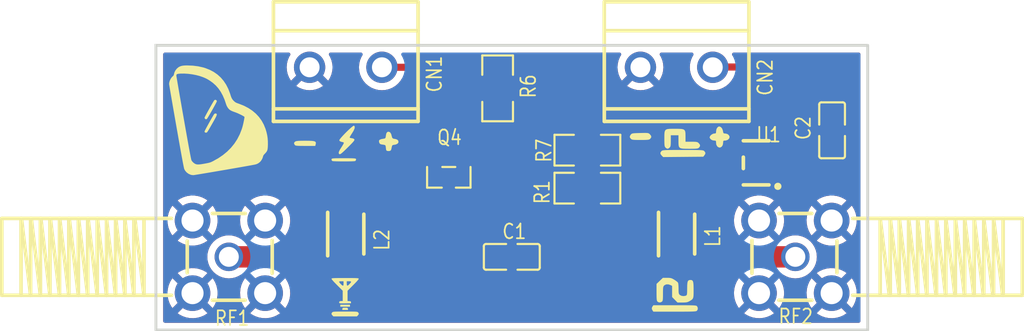
<source format=kicad_pcb>
(kicad_pcb (version 20211014) (generator pcbnew)
  (layers (0 "F.Cu" signal) (31 "B.Cu" signal) (34 "B.Paste" user) (35 "F.Paste" user) (36 "B.SilkS" user "B.Silkscreen") (37 "F.SilkS" user "F.Silkscreen") (38 "B.Mask" user) (39 "F.Mask" user) (44 "Edge.Cuts" user))
  (net 0 "")
  (net 1 "RF2_1")
  (net 2 "C1_1")
  (net 3 "CN2_1")
  (net 4 "GND")
  (net 5 "Q4_2")
  (net 6 "Q4_3")
  (net 7 "R7_2")
  (net 8 "R7_1")
  (footprint "LOGO" (layer "F.Cu") (at 138.43 96.774)
    (fp_text reference " " (at 0 0) (layer "F.SilkS") (effects (font (size 1.524 1.524) (thickness 0.3))))
    (fp_text value "LOGO" hide)
    (fp_poly (pts (xy 0.164144 0.819828) (xy 0.385804 0.822045) (xy 0.540415 0.8272) (xy 0.639972 0.836488) (xy 0.69647 0.851105) (xy 0.721902 0.872245) (xy 0.728264 0.901104) (xy 0.728316 0.905524) (xy 0.694849 0.991066) (xy 0.656313 1.019323) (xy 0.586907 1.028594) (xy 0.445988 1.035529) (xy 0.252818 1.040158) (xy 0.026662 1.042511) (xy -0.213217 1.04262) (xy -0.447556 1.040514) (xy -0.65709 1.036224) (xy -0.822558 1.02978) (xy -0.924694 1.021212) (xy -0.944534 1.016807) (xy -0.992262 0.957655) (xy -1.001433 0.906601) (xy -0.996927 0.876276) (xy -0.975405 0.853923) (xy -0.924862 0.838332) (xy -0.833292 0.828292) (xy -0.688691 0.822591) (xy -0.479053 0.820018) (xy -0.192372 0.819363) (xy -0.136559 0.819355)) (layer "F.SilkS") (width 0) (fill solid))
    (fp_poly (pts (xy 3.112418 -1.00424) (xy 3.191433 -0.881032) (xy 3.228766 -0.7378) (xy 3.266337 -0.612369) (xy 3.332023 -0.559321) (xy 3.346392 -0.556334) (xy 3.514288 -0.524725) (xy 3.615727 -0.485912) (xy 3.675222 -0.429105) (xy 3.689411 -0.405353) (xy 3.70511 -0.298262) (xy 3.643349 -0.206655) (xy 3.517693 -0.144572) (xy 3.421059 -0.127639) (xy 3.30891 -0.10893) (xy 3.255601 -0.058705) (xy 3.229813 0.047066) (xy 3.203124 0.170913) (xy 3.172625 0.25814) (xy 3.169698 0.263284) (xy 3.103084 0.304151) (xy 2.998894 0.317183) (xy 2.898912 0.30258) (xy 2.845308 0.261738) (xy 2.828372 0.179645) (xy 2.813544 0.056588) (xy 2.812597 0.04552) (xy 2.798242 -0.053343) (xy 2.759126 -0.103661) (xy 2.668896 -0.127533) (xy 2.595482 -0.136559) (xy 2.461886 -0.1603) (xy 2.388986 -0.204761) (xy 2.347634 -0.284733) (xy 2.329352 -0.399413) (xy 2.376608 -0.476167) (xy 2.498957 -0.52458) (xy 2.605099 -0.543056) (xy 2.727096 -0.564518) (xy 2.785755 -0.603456) (xy 2.808278 -0.686852) (xy 2.814234 -0.750498) (xy 2.847699 -0.925825) (xy 2.915687 -1.022114) (xy 3.004301 -1.046953)) (layer "F.SilkS") (width 0) (fill solid))
    (fp_poly (pts (xy 0.630888 -1.406508) (xy 0.623563 -1.287286) (xy 0.555743 -1.121776) (xy 0.455197 -0.955914) (xy 0.365026 -0.816786) (xy 0.299906 -0.704212) (xy 0.273207 -0.641403) (xy 0.273119 -0.639774) (xy 0.31253 -0.605522) (xy 0.404104 -0.591756) (xy 0.520999 -0.567872) (xy 0.595087 -0.519463) (xy 0.610839 -0.484545) (xy 0.59933 -0.437275) (xy 0.55254 -0.367334) (xy 0.462449 -0.264403) (xy 0.321036 -0.118161) (xy 0.152845 0.049533) (xy -0.049851 0.248226) (xy -0.199194 0.389015) (xy -0.305181 0.47938) (xy -0.377808 0.526802) (xy -0.427071 0.53876) (xy -0.462967 0.522735) (xy -0.47037 0.51589) (xy -0.498696 0.451825) (xy -0.478908 0.353712) (xy -0.406727 0.209809) (xy -0.294353 0.03281) (xy -0.184977 -0.142035) (xy -0.136197 -0.250377) (xy -0.146414 -0.29292) (xy -0.233008 -0.315883) (xy -0.330018 -0.338463) (xy -0.428807 -0.386094) (xy -0.455197 -0.443941) (xy -0.424429 -0.505596) (xy -0.34121 -0.612016) (xy -0.219165 -0.749629) (xy -0.071922 -0.904865) (xy 0.086894 -1.064155) (xy 0.243657 -1.213927) (xy 0.38474 -1.340612) (xy 0.496518 -1.430639) (xy 0.565363 -1.470439) (xy 0.575636 -1.470544)) (layer "F.SilkS") (width 0) (fill solid))
    (fp_poly (pts (xy -2.560419 -0.407117) (xy -2.353416 -0.396926) (xy -2.215221 -0.37534) (xy -2.13476 -0.338596) (xy -2.100958 -0.282928) (xy -2.10274 -0.204574) (xy -2.112451 -0.15991) (xy -2.141161 -0.04552) (xy -2.844248 -0.04552) (xy -3.113015 -0.046325) (xy -3.304979 -0.049853) (xy -3.434369 -0.057776) (xy -3.515415 -0.071761) (xy -3.562346 -0.093481) (xy -3.589392 -0.124604) (xy -3.594456 -0.133567) (xy -3.634808 -0.221426) (xy -3.624253 -0.278014) (xy -3.570046 -0.338146) (xy -3.524942 -0.367387) (xy -3.448347 -0.387731) (xy -3.325834 -0.400605) (xy -3.142978 -0.407436) (xy -2.885355 -0.409654) (xy -2.847304 -0.409677)) (layer "F.SilkS") (width 0) (fill solid))
  )
  (footprint "EasyEDA:SOT-23-3_L2.9-W1.3-P1.90-LS2.4-BR" (layer "F.Cu") (at 145.669 98.933 90)
    (fp_text reference "Q4" (at 2.794 -0.889 180) (layer "F.SilkS") (effects (font (size 1.029 0.857) (thickness 0.122)) (justify left)))
    (fp_text value "AO3401A" hide)
    (fp_line (start 0.726 -1.526) (end -0.726 -1.526) (layer "F.SilkS") (width 0.152))
    (fp_line (start -0.726 1.526) (end -0.726 0.495) (layer "F.SilkS") (width 0.152))
    (fp_line (start 0.726 -0.455) (end 0.726 0.455) (layer "F.SilkS") (width 0.152))
    (fp_line (start 0.726 1.526) (end -0.726 1.526) (layer "F.SilkS") (width 0.152))
    (fp_line (start -0.726 -1.526) (end -0.726 -0.495) (layer "F.SilkS") (width 0.152))
    (pad "1" smd rect (at 1 0.95 90) (size 1.25 0.7) (layers "F.Cu" "F.Paste" "F.Mask") (net 7 "R7_2"))
    (pad "2" smd rect (at 1 -0.95 90) (size 1.25 0.7) (layers "F.Cu" "F.Paste" "F.Mask") (net 5 "Q4_2"))
    (pad "3" smd rect (at -1 0 90) (size 1.25 0.7) (layers "F.Cu" "F.Paste" "F.Mask") (net 6 "Q4_3"))
  )
  (footprint "LOGO" (layer "F.Cu") (at 161.544 107.315)
    (fp_text reference " " (at 0 0) (layer "F.SilkS") (effects (font (size 1.524 1.524) (thickness 0.3))))
    (fp_text value "LOGO" hide)
    (fp_poly (pts (xy -0.388906 -1.317733) (xy -0.276935 -1.302688) (xy -0.178928 -1.267729) (xy -0.064171 -1.204769) (xy -0.033044 -1.186002) (xy 0.08548 -1.107345) (xy 0.179321 -1.032924) (xy 0.226648 -0.980906) (xy 0.243198 -0.913455) (xy 0.256022 -0.791665) (xy 0.263254 -0.636655) (xy 0.26419 -0.556311) (xy 0.265869 -0.387028) (xy 0.273291 -0.275309) (xy 0.290036 -0.203267) (xy 0.319683 -0.153016) (xy 0.351541 -0.119804) (xy 0.463791 -0.058666) (xy 0.608019 -0.036797) (xy 0.749819 -0.05753) (xy 0.795052 -0.076811) (xy 0.825799 -0.099766) (xy 0.846514 -0.138593) (xy 0.859138 -0.206696) (xy 0.865614 -0.317477) (xy 0.867886 -0.484341) (xy 0.868053 -0.580471) (xy 0.871539 -0.805869) (xy 0.884752 -0.966451) (xy 0.911827 -1.072677) (xy 0.956898 -1.135007) (xy 1.024099 -1.163901) (xy 1.10106 -1.169985) (xy 1.178758 -1.162383) (xy 1.235948 -1.133092) (xy 1.275667 -1.072387) (xy 1.300952 -0.970542) (xy 1.31484 -0.817832) (xy 1.32037 -0.604532) (xy 1.320951 -0.46594) (xy 1.320416 -0.236987) (xy 1.315224 -0.069795) (xy 1.299993 0.049353) (xy 1.269343 0.134173) (xy 1.217893 0.198385) (xy 1.140261 0.255704) (xy 1.031066 0.319849) (xy 1.007426 0.333303) (xy 0.91899 0.375333) (xy 0.820449 0.400417) (xy 0.689249 0.412398) (xy 0.527023 0.415156) (xy 0.190307 0.415156) (xy 0.0008 0.223644) (xy -0.188707 0.032131) (xy -0.188707 -0.752891) (xy -0.300058 -0.810472) (xy -0.45942 -0.862645) (xy -0.609994 -0.857616) (xy -0.731687 -0.79672) (xy -0.74825 -0.780703) (xy -0.782038 -0.739106) (xy -0.805058 -0.689555) (xy -0.819351 -0.617655) (xy -0.826956 -0.509011) (xy -0.829915 -0.349226) (xy -0.830312 -0.20156) (xy -0.83153 0.004179) (xy -0.836304 0.147948) (xy -0.846315 0.243237) (xy -0.86324 0.303535) (xy -0.888762 0.342333) (xy -0.899332 0.352694) (xy -1.006766 0.406945) (xy -1.124789 0.403901) (xy -1.220748 0.346136) (xy -1.245165 0.30825) (xy -1.262447 0.249305) (xy -1.273733 0.157346) (xy -1.280165 0.020415) (xy -1.282884 -0.173443) (xy -1.28321 -0.308594) (xy -1.28321 -0.894305) (xy -0.835916 -1.320951) (xy -0.545555 -1.320951)) (layer "F.SilkS") (width 0) (fill solid))
    (fp_poly (pts (xy 0.373647 0.604041) (xy 0.682696 0.604788) (xy 0.930612 0.606419) (xy 1.12457 0.609252) (xy 1.271744 0.613602) (xy 1.379309 0.619786) (xy 1.45444 0.628122) (xy 1.504311 0.638925) (xy 1.536098 0.652513) (xy 1.556974 0.669201) (xy 1.560421 0.672882) (xy 1.614672 0.780317) (xy 1.611628 0.898339) (xy 1.553863 0.994299) (xy 1.530202 1.010121) (xy 1.49283 1.023055) (xy 1.434616 1.033386) (xy 1.348427 1.041399) (xy 1.227132 1.047378) (xy 1.063597 1.051608) (xy 0.850692 1.054375) (xy 0.581282 1.055962) (xy 0.248237 1.056655) (xy -0.010267 1.05676) (xy -1.505378 1.05676) (xy -1.56413 0.97288) (xy -1.617287 0.858944) (xy -1.601394 0.751489) (xy -1.56413 0.687744) (xy -1.505378 0.603863) (xy -0.00371 0.603863)) (layer "F.SilkS") (width 0) (fill solid))
  )
  (footprint "EasyEDA:R1206" (layer "F.Cu") (at 149.098 92.684 -90)
    (fp_text reference "R6" (at -1.061 -2.159 -90) (layer "F.SilkS") (effects (font (size 1.029 0.857) (thickness 0.122)) (justify right)))
    (fp_text value "10K" hide)
    (fp_line (start 2.311 -1.079) (end 0.951 -1.079) (layer "F.SilkS") (width 0.152))
    (fp_line (start 2.311 1.079) (end 2.311 -1.079) (layer "F.SilkS") (width 0.152))
    (fp_line (start 0.951 1.079) (end 2.311 1.079) (layer "F.SilkS") (width 0.152))
    (fp_line (start -2.311 1.079) (end -2.311 -1.079) (layer "F.SilkS") (width 0.152))
    (fp_line (start -0.951 1.079) (end -2.311 1.079) (layer "F.SilkS") (width 0.152))
    (fp_line (start -2.311 -1.079) (end -0.951 -1.079) (layer "F.SilkS") (width 0.152))
    (pad "1" smd rect (at -1.479 0 270) (size 1.208 1.701) (layers "F.Cu" "F.Paste" "F.Mask") (net 5 "Q4_2"))
    (pad "2" smd rect (at 1.479 0 270) (size 1.208 1.701) (layers "F.Cu" "F.Paste" "F.Mask") (net 7 "R7_2"))
  )
  (footprint "EasyEDA:C0805" (layer "F.Cu") (at 150.095 104.521)
    (fp_text reference "C1" (at -0.743 -1.778) (layer "F.SilkS") (effects (font (size 1.029 0.857) (thickness 0.122)) (justify left)))
    (fp_text value "100pF" hide)
    (fp_line (start -1.964 0.751) (end -1.964 -0.751) (layer "F.SilkS") (width 0.152))
    (fp_line (start 1.964 0.751) (end 1.964 -0.751) (layer "F.SilkS") (width 0.152))
    (fp_line (start 1.811 -0.904) (end 0.401 -0.904) (layer "F.SilkS") (width 0.152))
    (fp_line (start 0.401 0.904) (end 1.811 0.904) (layer "F.SilkS") (width 0.152))
    (fp_line (start -0.401 0.904) (end -1.811 0.904) (layer "F.SilkS") (width 0.152))
    (fp_line (start -1.811 -0.904) (end -0.401 -0.904) (layer "F.SilkS") (width 0.152))
    (fp_arc (start -1.811 0.904) (mid -1.919187 0.859187) (end -1.964 0.751) (layer "F.SilkS") (width 0.152))
    (fp_arc (start 1.811 -0.904) (mid 1.919187 -0.859187) (end 1.964 -0.751) (layer "F.SilkS") (width 0.152))
    (fp_arc (start -1.964 -0.751) (mid -1.919187 -0.859187) (end -1.811 -0.904) (layer "F.SilkS") (width 0.152))
    (fp_arc (start 1.964 0.751) (mid 1.919187 0.859187) (end 1.811 0.904) (layer "F.SilkS") (width 0.152))
    (pad "1" smd rect locked (at -1.03 0) (size 1.41 1.35) (layers "F.Cu" "F.Paste" "F.Mask") (net 2 "C1_1"))
    (pad "2" smd rect locked (at 1.03 0) (size 1.41 1.35) (layers "F.Cu" "F.Paste" "F.Mask") (net 1 "RF2_1"))
  )
  (footprint "EasyEDA:SMA-TH_HJ-SMA429" (layer "F.Cu") (at 130.2165 104.521)
    (fp_text reference "RF1" (at -1.0575 4.318) (layer "F.SilkS") (effects (font (size 1.029 0.857) (thickness 0.122)) (justify left)))
    (fp_text value "HJ-SMA429" hide)
    (fp_line (start -13.236 2.7) (end -13.879 -2.7) (layer "F.SilkS") (width 0.254))
    (fp_line (start -13.925 -2.7) (end -13.925 2.7) (layer "F.SilkS") (width 0.254))
    (fp_line (start -10.569 -2.7) (end -10.569 2.7) (layer "F.SilkS") (width 0.254))
    (fp_line (start -11.893 2.7) (end -12.537 -2.7) (layer "F.SilkS") (width 0.254))
    (fp_line (start 3.048 1.155) (end 3.048 -1.155) (layer "F.SilkS") (width 0.254))
    (fp_line (start -13.925 2.7) (end -14.569 -2.7) (layer "F.SilkS") (width 0.254))
    (fp_line (start -8.591 2.7) (end -9.235 -2.7) (layer "F.SilkS") (width 0.254))
    (fp_line (start -12.565 -2.7) (end -12.565 2.7) (layer "F.SilkS") (width 0.254))
    (fp_line (start -7.956 -2.7) (end -7.956 2.7) (layer "F.SilkS") (width 0.254))
    (fp_line (start -9.916 -2.7) (end -9.916 2.7) (layer "F.SilkS") (width 0.254))
    (fp_line (start -7.303 2.7) (end -7.947 -2.7) (layer "F.SilkS") (width 0.254))
    (fp_line (start -15.948 -2.7) (end -4.024 -2.7) (layer "F.SilkS") (width 0.254))
    (fp_line (start -9.244 2.7) (end -9.888 -2.7) (layer "F.SilkS") (width 0.254))
    (fp_line (start -15.948 2.7) (end -4.024 2.7) (layer "F.SilkS") (width 0.254))
    (fp_line (start -11.24 2.7) (end -11.884 -2.7) (layer "F.SilkS") (width 0.254))
    (fp_line (start -5.961 -2.7) (end -5.961 2.7) (layer "F.SilkS") (width 0.254))
    (fp_line (start -12.565 2.7) (end -13.208 -2.7) (layer "F.SilkS") (width 0.254))
    (fp_line (start -15.948 -2.7) (end -15.948 2.7) (layer "F.SilkS") (width 0.254))
    (fp_line (start -7.303 -2.7) (end -7.303 2.7) (layer "F.SilkS") (width 0.254))
    (fp_line (start -6.668 2.7) (end -7.312 -2.7) (layer "F.SilkS") (width 0.254))
    (fp_line (start -8.591 -2.7) (end -8.591 2.7) (layer "F.SilkS") (width 0.254))
    (fp_line (start -14.597 -2.7) (end -14.597 2.7) (layer "F.SilkS") (width 0.254))
    (fp_line (start -13.236 -2.7) (end -13.236 2.7) (layer "F.SilkS") (width 0.254))
    (fp_line (start -9.244 -2.7) (end -9.244 2.7) (layer "F.SilkS") (width 0.254))
    (fp_line (start -7.956 2.7) (end -8.6 -2.7) (layer "F.SilkS") (width 0.254))
    (fp_line (start 1.155 -3.048) (end -1.155 -3.048) (layer "F.SilkS") (width 0.254))
    (fp_line (start -10.569 2.7) (end -11.212 -2.7) (layer "F.SilkS") (width 0.254))
    (fp_line (start -9.916 2.7) (end -10.559 -2.7) (layer "F.SilkS") (width 0.254))
    (fp_line (start -1.155 3.048) (end 1.143 3.048) (layer "F.SilkS") (width 0.254))
    (fp_line (start -5.961 2.7) (end -6.604 -2.7) (layer "F.SilkS") (width 0.254))
    (fp_line (start -11.893 -2.7) (end -11.893 2.7) (layer "F.SilkS") (width 0.254))
    (fp_line (start -2.921 -1.116) (end -2.921 1.116) (layer "F.SilkS") (width 0.254))
    (fp_line (start -6.668 -2.7) (end -6.668 2.7) (layer "F.SilkS") (width 0.254))
    (fp_line (start -11.24 -2.7) (end -11.24 2.7) (layer "F.SilkS") (width 0.254))
    (pad "1" thru_hole circle locked (at 0 0) (size 2 2) (drill 1.4) (layers *.Cu *.Paste *.Mask) (net 2 "C1_1"))
    (pad "2" thru_hole circle locked (at -2.55 -2.55) (size 2.5 2.5) (drill 1.55) (layers *.Cu *.Paste *.Mask) (net 4 "GND"))
    (pad "3" thru_hole circle locked (at -2.55 2.55) (size 2.5 2.5) (drill 1.55) (layers *.Cu *.Paste *.Mask) (net 4 "GND"))
    (pad "4" thru_hole circle locked (at 2.55 2.55) (size 2.5 2.5) (drill 1.55) (layers *.Cu *.Paste *.Mask) (net 4 "GND"))
    (pad "5" thru_hole circle locked (at 2.55 -2.55) (size 2.5 2.5) (drill 1.55) (layers *.Cu *.Paste *.Mask) (net 4 "GND"))
  )
  (footprint "EasyEDA:SOT-23-5_L3.0-W1.7-P0.95-LS2.8-BR" (layer "F.Cu") (at 167.259 97.917)
    (fp_text reference "U1" (at -0.064 -1.969) (layer "F.SilkS") (effects (font (size 1.029 0.857) (thickness 0.122)) (justify left)))
    (fp_text value "SN74LVC1G04DBVR_C434067" hide)
    (fp_line (start -0.9 0.4) (end -0.9 -0.4) (layer "F.SilkS") (width 0.254))
    (fp_line (start -0.9 -1.55) (end 0.9 -1.55) (layer "F.SilkS") (width 0.254))
    (fp_line (start -0.9 1.55) (end 0.9 1.55) (layer "F.SilkS") (width 0.254))
    (fp_circle (center 1.524 1.651) (end 1.651 1.651) (layer "F.SilkS") (width 0.254) (fill none))
    (pad "1" smd rect (at 1.3 0.95) (size 1 0.6) (layers "F.Cu" "F.Paste" "F.Mask") (net 3 "CN2_1"))
    (pad "2" smd rect (at 1.3 0) (size 1 0.6) (layers "F.Cu" "F.Paste" "F.Mask") (net 3 "CN2_1"))
    (pad "3" smd rect (at 1.3 -0.95) (size 1 0.6) (layers "F.Cu" "F.Paste" "F.Mask") (net 4 "GND"))
    (pad "4" smd rect (at -1.3 -0.95) (size 1 0.6) (layers "F.Cu" "F.Paste" "F.Mask") (net 8 "R7_1"))
    (pad "5" smd rect (at -1.3 0.95) (size 1 0.6) (layers "F.Cu" "F.Paste" "F.Mask") (net 3 "CN2_1"))
  )
  (footprint "EasyEDA:C0805" (layer "F.Cu") (at 172.593 95.631 90)
    (fp_text reference "C2" (at -0.762 -2.032 90) (layer "F.SilkS") (effects (font (size 1.029 0.857) (thickness 0.122)) (justify left)))
    (fp_text value "100nF" hide)
    (fp_line (start 1.811 -0.904) (end 0.401 -0.904) (layer "F.SilkS") (width 0.152))
    (fp_line (start 1.964 0.751) (end 1.964 -0.751) (layer "F.SilkS") (width 0.152))
    (fp_line (start -0.401 0.904) (end -1.811 0.904) (layer "F.SilkS") (width 0.152))
    (fp_line (start 0.401 0.904) (end 1.811 0.904) (layer "F.SilkS") (width 0.152))
    (fp_line (start -1.964 0.751) (end -1.964 -0.751) (layer "F.SilkS") (width 0.152))
    (fp_line (start -1.811 -0.904) (end -0.401 -0.904) (layer "F.SilkS") (width 0.152))
    (fp_arc (start -1.811 0.904) (mid -1.919187 0.859187) (end -1.964 0.751) (layer "F.SilkS") (width 0.152))
    (fp_arc (start 1.811 -0.904) (mid 1.919187 -0.859187) (end 1.964 -0.751) (layer "F.SilkS") (width 0.152))
    (fp_arc (start -1.964 -0.751) (mid -1.919187 -0.859187) (end -1.811 -0.904) (layer "F.SilkS") (width 0.152))
    (fp_arc (start 1.964 0.751) (mid 1.919187 0.859187) (end 1.811 0.904) (layer "F.SilkS") (width 0.152))
    (pad "1" smd rect (at -1.03 0 90) (size 1.41 1.35) (layers "F.Cu" "F.Paste" "F.Mask") (net 4 "GND"))
    (pad "2" smd rect (at 1.03 0 90) (size 1.41 1.35) (layers "F.Cu" "F.Paste" "F.Mask") (net 3 "CN2_1"))
  )
  (footprint "LOGO" (layer "F.Cu") (at 161.925 96.393)
    (fp_text reference " " (at 0 0) (layer "F.SilkS") (effects (font (size 1.524 1.524) (thickness 0.3))))
    (fp_text value "LOGO" hide)
    (fp_poly (pts (xy -2.31186 -0.571253) (xy -2.239629 -0.557854) (xy -2.189807 -0.534381) (xy -2.147353 -0.498834) (xy -2.128215 -0.479937) (xy -2.043171 -0.368897) (xy -2.033973 -0.27169) (xy -2.099496 -0.172164) (xy -2.106341 -0.165203) (xy -2.145731 -0.132639) (xy -2.19733 -0.109909) (xy -2.275466 -0.095278) (xy -2.394469 -0.087008) (xy -2.568667 -0.083363) (xy -2.787805 -0.082601) (xy -3.024838 -0.083543) (xy -3.193608 -0.087525) (xy -3.308443 -0.096284) (xy -3.383672 -0.111558) (xy -3.433623 -0.135082) (xy -3.469268 -0.165203) (xy -3.539558 -0.263022) (xy -3.537155 -0.358086) (xy -3.473012 -0.460058) (xy -3.4374 -0.498792) (xy -3.394078 -0.526105) (xy -3.328503 -0.544443) (xy -3.226136 -0.556252) (xy -3.072435 -0.563978) (xy -2.852858 -0.570065) (xy -2.813422 -0.570986) (xy -2.583715 -0.57582) (xy -2.421541 -0.576575)) (layer "F.SilkS") (width 0) (fill solid))
    (fp_poly (pts (xy -0.371707 -0.867317) (xy -0.107634 -0.865837) (xy 0.085077 -0.855984) (xy 0.217668 -0.829642) (xy 0.301378 -0.778691) (xy 0.347449 -0.695014) (xy 0.367119 -0.570492) (xy 0.37163 -0.397009) (xy 0.371708 -0.330406) (xy 0.371708 0.041301) (xy 0.786593 0.041301) (xy 0.978189 0.042779) (xy 1.106312 0.049713) (xy 1.190074 0.065858) (xy 1.248587 0.094966) (xy 1.300962 0.140789) (xy 1.302853 0.142676) (xy 1.386247 0.253102) (xy 1.393035 0.35087) (xy 1.324168 0.451752) (xy 1.321626 0.454309) (xy 1.282237 0.486874) (xy 1.230638 0.509603) (xy 1.152501 0.524234) (xy 1.033498 0.532504) (xy 0.8593 0.536149) (xy 0.640163 0.536911) (xy 0.371928 0.53572) (xy 0.175208 0.526753) (xy 0.038914 0.50192) (xy -0.048041 0.45313) (xy -0.096743 0.372293) (xy -0.118279 0.251318) (xy -0.123738 0.082113) (xy -0.123902 -0.02065) (xy -0.123902 -0.413008) (xy -0.660813 -0.413008) (xy -0.660813 -0.02065) (xy -0.663128 0.169354) (xy -0.672267 0.295736) (xy -0.691515 0.377399) (xy -0.724162 0.433247) (xy -0.743414 0.454309) (xy -0.825181 0.515571) (xy -0.887967 0.536911) (xy -0.961254 0.50957) (xy -1.03252 0.454309) (xy -1.066721 0.412454) (xy -1.090006 0.35733) (xy -1.104426 0.273577) (xy -1.112026 0.145835) (xy -1.114856 -0.041255) (xy -1.115122 -0.165203) (xy -1.114506 -0.414697) (xy -1.105181 -0.596805) (xy -1.075928 -0.722122) (xy -1.015529 -0.801242) (xy -0.912767 -0.84476) (xy -0.756424 -0.863271) (xy -0.535282 -0.867369)) (layer "F.SilkS") (width 0) (fill solid))
    (fp_poly (pts (xy 2.848708 -0.994587) (xy 2.938643 -0.894255) (xy 2.99532 -0.751726) (xy 3.002349 -0.712017) (xy 3.021871 -0.602146) (xy 3.055143 -0.551613) (xy 3.12345 -0.537495) (xy 3.164951 -0.53691) (xy 3.302563 -0.506514) (xy 3.410835 -0.428033) (xy 3.466358 -0.320531) (xy 3.469269 -0.289105) (xy 3.431857 -0.176175) (xy 3.334544 -0.088395) (xy 3.199709 -0.043671) (xy 3.159513 -0.041301) (xy 3.06696 -0.036299) (xy 3.02583 -0.005419) (xy 3.015283 0.075155) (xy 3.01496 0.123903) (xy 2.986833 0.278167) (xy 2.911612 0.39329) (xy 2.803038 0.450951) (xy 2.767155 0.454309) (xy 2.677246 0.426278) (xy 2.601952 0.371708) (xy 2.532925 0.244273) (xy 2.51935 0.123903) (xy 2.514974 0.018129) (xy 2.487953 -0.028878) (xy 2.417451 -0.040931) (xy 2.374797 -0.041301) (xy 2.241641 -0.068758) (xy 2.131882 -0.138819) (xy 2.070495 -0.233019) (xy 2.065041 -0.270332) (xy 2.100645 -0.363479) (xy 2.189178 -0.453548) (xy 2.303223 -0.518294) (xy 2.39357 -0.53691) (xy 2.474203 -0.543266) (xy 2.510047 -0.578128) (xy 2.519141 -0.665189) (xy 2.51935 -0.702114) (xy 2.544607 -0.8456) (xy 2.610227 -0.961044) (xy 2.700981 -1.025841) (xy 2.741929 -1.03252)) (layer "F.SilkS") (width 0) (fill solid))
    (fp_poly (pts (xy 0.567011 0.619691) (xy 0.874166 0.620543) (xy 1.115918 0.622538) (xy 1.300866 0.626147) (xy 1.43761 0.631842) (xy 1.534748 0.640094) (xy 1.600881 0.651375) (xy 1.644607 0.666154) (xy 1.674525 0.684905) (xy 1.693334 0.702114) (xy 1.763624 0.799932) (xy 1.761216 0.894983) (xy 1.697023 0.996969) (xy 1.61811 1.094472) (xy -1.19835 1.11825) (xy -1.301288 1.015312) (xy -1.38552 0.904576) (xy -1.393531 0.807097) (xy -1.326359 0.706902) (xy -1.321626 0.702114) (xy -1.296451 0.680028) (xy -1.26401 0.662272) (xy -1.215701 0.648373) (xy -1.142927 0.63786) (xy -1.037088 0.630263) (xy -0.889585 0.62511) (xy -0.691819 0.621931) (xy -0.435189 0.620253) (xy -0.111098 0.619605) (xy 0.185854 0.619512)) (layer "F.SilkS") (width 0) (fill solid))
  )
  (footprint "EasyEDA:R1206" (layer "F.Cu") (at 155.403 97.028 180)
    (fp_text reference "R7" (at 3.048 0.889 90) (layer "F.SilkS") (effects (font (size 1.029 0.857) (thickness 0.122)) (justify right)))
    (fp_text value "1K" hide)
    (fp_line (start 0.951 1.079) (end 2.311 1.079) (layer "F.SilkS") (width 0.152))
    (fp_line (start 2.311 1.079) (end 2.311 -1.079) (layer "F.SilkS") (width 0.152))
    (fp_line (start -2.311 1.079) (end -2.311 -1.079) (layer "F.SilkS") (width 0.152))
    (fp_line (start -0.951 1.079) (end -2.311 1.079) (layer "F.SilkS") (width 0.152))
    (fp_line (start -2.311 -1.079) (end -0.951 -1.079) (layer "F.SilkS") (width 0.152))
    (fp_line (start 2.311 -1.079) (end 0.951 -1.079) (layer "F.SilkS") (width 0.152))
    (pad "1" smd rect (at -1.479 0 180) (size 1.208 1.701) (layers "F.Cu" "F.Paste" "F.Mask") (net 8 "R7_1"))
    (pad "2" smd rect (at 1.479 0 180) (size 1.208 1.701) (layers "F.Cu" "F.Paste" "F.Mask") (net 7 "R7_2"))
  )
  (footprint "LOGO" (layer "F.Cu") (at 129.413 94.742)
    (fp_text reference " " (at 0 0) (layer "F.SilkS") (effects (font (size 1.524 1.524) (thickness 0.3))))
    (fp_text value "LOGO" hide)
    (fp_poly (pts (xy -1.725507 -3.652394) (xy -1.354373 -3.60616) (xy -1.007149 -3.529069) (xy -0.843819 -3.479402) (xy -0.534174 -3.357508) (xy -0.251358 -3.207106) (xy 0.004728 -3.028092) (xy 0.234182 -2.820361) (xy 0.437101 -2.583808) (xy 0.613583 -2.318329) (xy 0.763725 -2.023819) (xy 0.887626 -1.700173) (xy 0.922252 -1.588726) (xy 0.968434 -1.450534) (xy 1.018735 -1.341662) (xy 1.078623 -1.252228) (xy 1.151574 -1.174206) (xy 1.203138 -1.127059) (xy 1.24688 -1.091735) (xy 1.291652 -1.063458) (xy 1.346309 -1.037452) (xy 1.419706 -1.008939) (xy 1.520696 -0.973144) (xy 1.530774 -0.969634) (xy 1.868955 -0.834241) (xy 2.177209 -0.674035) (xy 2.455259 -0.489305) (xy 2.702823 -0.280343) (xy 2.919622 -0.04744) (xy 3.105378 0.209115) (xy 3.25981 0.48903) (xy 3.38264 0.792015) (xy 3.452649 1.029417) (xy 3.499093 1.238595) (xy 3.529369 1.438849) (xy 3.544998 1.64465) (xy 3.5475 1.87047) (xy 3.546483 1.922498) (xy 3.54104 2.066277) (xy 3.530626 2.179035) (xy 3.512386 2.268922) (xy 3.483468 2.344088) (xy 3.44102 2.412682) (xy 3.382187 2.482854) (xy 3.332082 2.53491) (xy 3.268499 2.603631) (xy 3.229988 2.658851) (xy 3.21011 2.710429) (xy 3.206823 2.726625) (xy 3.174609 2.835946) (xy 3.118063 2.950791) (xy 3.045947 3.055622) (xy 2.98497 3.120052) (xy 2.879172 3.202053) (xy 2.774317 3.256927) (xy 2.657683 3.292308) (xy 2.602551 3.303707) (xy 2.514017 3.320682) (xy 2.395148 3.342707) (xy 2.24901 3.369254) (xy 2.078669 3.399797) (xy 1.887192 3.433809) (xy 1.677644 3.470762) (xy 1.453094 3.51013) (xy 1.216606 3.551385) (xy 0.971247 3.594002) (xy 0.720083 3.637452) (xy 0.466181 3.681209) (xy 0.212607 3.724745) (xy -0.037572 3.767535) (xy -0.281291 3.80905) (xy -0.515482 3.848764) (xy -0.73708 3.886151) (xy -0.943019 3.920682) (xy -1.130231 3.951831) (xy -1.295651 3.979071) (xy -1.436212 4.001876) (xy -1.548848 4.019717) (xy -1.630493 4.032069) (xy -1.67808 4.038404) (xy -1.688059 4.039151) (xy -1.768063 4.033237) (xy -1.847742 4.019786) (xy -1.877324 4.012008) (xy -2.027457 3.945801) (xy -2.158589 3.849264) (xy -2.26455 3.727785) (xy -2.324891 3.621118) (xy -2.333172 3.596613) (xy -2.34454 3.552516) (xy -2.359248 3.487457) (xy -2.37755 3.400064) (xy -2.3997 3.288965) (xy -2.425951 3.15279) (xy -2.456558 2.990167) (xy -2.491774 2.799724) (xy -2.531853 2.580091) (xy -2.577048 2.329896) (xy -2.627614 2.047768) (xy -2.683804 1.732335) (xy -2.745871 1.382226) (xy -2.814071 0.99607) (xy -2.881634 0.612415) (xy -2.940184 0.27907) (xy -2.996842 -0.044455) (xy -3.051233 -0.355981) (xy -3.102984 -0.653329) (xy -3.151721 -0.934318) (xy -3.197071 -1.19677) (xy -3.238659 -1.438504) (xy -3.276111 -1.657341) (xy -3.309054 -1.851101) (xy -3.337114 -2.017604) (xy -3.359916 -2.154672) (xy -3.377088 -2.260124) (xy -3.388256 -2.33178) (xy -3.393044 -2.367461) (xy -3.393205 -2.370242) (xy -3.377822 -2.491112) (xy -3.335681 -2.619352) (xy -3.272793 -2.742642) (xy -3.19517 -2.848663) (xy -3.129587 -2.910442) (xy -3.084269 -2.95471) (xy -2.883243 -2.95471) (xy -2.879891 -2.928438) (xy -2.870085 -2.865708) (xy -2.854197 -2.768691) (xy -2.832603 -2.639559) (xy -2.805675 -2.480481) (xy -2.773788 -2.293631) (xy -2.737315 -2.081177) (xy -2.69663 -1.845293) (xy -2.652108 -1.588148) (xy -2.604121 -1.311913) (xy -2.553044 -1.018761) (xy -2.49925 -0.710861) (xy -2.443113 -0.390385) (xy -2.385008 -0.059504) (xy -2.37272 0.010362) (xy -2.296304 0.444071) (xy -2.226278 0.840063) (xy -2.162466 1.199295) (xy -2.104692 1.522724) (xy -2.052779 1.811308) (xy -2.00655 2.066004) (xy -1.965829 2.287769) (xy -1.930439 2.477559) (xy -1.900204 2.636333) (xy -1.874946 2.765047) (xy -1.85449 2.864658) (xy -1.838659 2.936125) (xy -1.827276 2.980403) (xy -1.821888 2.995673) (xy -1.765208 3.080772) (xy -1.684166 3.162883) (xy -1.592429 3.229759) (xy -1.523525 3.263017) (xy -1.466128 3.279563) (xy -1.403435 3.288805) (xy -1.329563 3.290427) (xy -1.238632 3.284115) (xy -1.12476 3.269553) (xy -0.982067 3.246426) (xy -0.882178 3.228673) (xy -0.750812 3.204332) (xy -0.649581 3.183859) (xy -0.569922 3.164717) (xy -0.50327 3.144364) (xy -0.44106 3.120263) (xy -0.374728 3.089872) (xy -0.315636 3.060678) (xy 0.04975 2.858002) (xy 0.383385 2.632705) (xy 0.685088 2.384995) (xy 0.954681 2.115081) (xy 1.191983 1.823169) (xy 1.396815 1.509469) (xy 1.568998 1.174188) (xy 1.708352 0.817535) (xy 1.758307 0.657066) (xy 1.783182 0.564415) (xy 1.809531 0.455415) (xy 1.835601 0.338643) (xy 1.859637 0.222675) (xy 1.879885 0.116087) (xy 1.894592 0.027454) (xy 1.902002 -0.034648) (xy 1.902548 -0.048194) (xy 1.885492 -0.068061) (xy 1.838496 -0.099901) (xy 1.76782 -0.140574) (xy 1.679725 -0.18694) (xy 1.580471 -0.235858) (xy 1.476316 -0.284189) (xy 1.373522 -0.328792) (xy 1.278349 -0.366527) (xy 1.241508 -0.379796) (xy 1.119871 -0.423363) (xy 1.027322 -0.460369) (xy 0.955186 -0.494872) (xy 0.894788 -0.530931) (xy 0.849955 -0.56297) (xy 0.780736 -0.630774) (xy 0.712709 -0.723449) (xy 0.654687 -0.827388) (xy 0.617543 -0.921853) (xy 0.505818 -1.253947) (xy 0.377834 -1.552007) (xy 0.232003 -1.818379) (xy 0.066739 -2.05541) (xy -0.119544 -2.265446) (xy -0.328434 -2.450834) (xy -0.500155 -2.574624) (xy -0.61368 -2.64776) (xy -0.71053 -2.705093) (xy -0.80438 -2.753739) (xy -0.908904 -2.800817) (xy -1.02973 -2.850246) (xy -1.25652 -2.92788) (xy -1.510104 -2.992838) (xy -1.779643 -3.043503) (xy -2.054294 -3.07826) (xy -2.323217 -3.095495) (xy -2.575571 -3.093591) (xy -2.637168 -3.089759) (xy -2.740728 -3.079569) (xy -2.811089 -3.065117) (xy -2.854268 -3.043101) (xy -2.876282 -3.010217) (xy -2.883148 -2.963165) (xy -2.883243 -2.95471) (xy -3.084269 -2.95471) (xy -3.084092 -2.954883) (xy -3.0604 -3.009392) (xy -3.05308 -3.049399) (xy -3.016182 -3.186531) (xy -2.94733 -3.319705) (xy -2.8534 -3.439366) (xy -2.741265 -3.535959) (xy -2.674468 -3.575716) (xy -2.586965 -3.613468) (xy -2.492579 -3.640143) (xy -2.382903 -3.657138) (xy -2.24953 -3.665852) (xy -2.120742 -3.667799)) (layer "F.SilkS") (width 0) (fill solid))
    (fp_poly (pts (xy -0.119638 -1.251005) (xy -0.07277 -1.225208) (xy -0.043554 -1.17851) (xy -0.039228 -1.148215) (xy -0.048747 -1.121216) (xy -0.075478 -1.065301) (xy -0.116676 -0.985326) (xy -0.1696 -0.886147) (xy -0.231506 -0.772623) (xy -0.299653 -0.649609) (xy -0.371297 -0.521963) (xy -0.443696 -0.394542) (xy -0.514108 -0.272203) (xy -0.579788 -0.159803) (xy -0.637996 -0.062198) (xy -0.685988 0.015754) (xy -0.721021 0.069196) (xy -0.740213 0.093166) (xy -0.795999 0.116246) (xy -0.848812 0.100556) (xy -0.869779 0.081815) (xy -0.895642 0.036195) (xy -0.902239 0.003072) (xy -0.892867 -0.021846) (xy -0.866555 -0.075856) (xy -0.826016 -0.154097) (xy -0.77396 -0.25171) (xy -0.7131 -0.363835) (xy -0.646144 -0.48561) (xy -0.575806 -0.612178) (xy -0.504795 -0.738677) (xy -0.435823 -0.860247) (xy -0.3716 -0.972029) (xy -0.314839 -1.069163) (xy -0.26825 -1.146788) (xy -0.234543 -1.200044) (xy -0.219439 -1.220965) (xy -0.172436 -1.251168)) (layer "F.SilkS") (width 0) (fill solid))
    (fp_poly (pts (xy -0.070189 -0.276929) (xy -0.062765 -0.270672) (xy -0.04875 -0.251631) (xy -0.042473 -0.227061) (xy -0.045398 -0.193609) (xy -0.058994 -0.14792) (xy -0.084727 -0.086643) (xy -0.124064 -0.006424) (xy -0.178471 0.096091) (xy -0.249416 0.224253) (xy -0.338366 0.381418) (xy -0.379721 0.453863) (xy -0.470175 0.611898) (xy -0.543478 0.739212) (xy -0.601907 0.839166) (xy -0.647737 0.915121) (xy -0.683241 0.970436) (xy -0.710695 1.008472) (xy -0.732375 1.032589) (xy -0.750554 1.046147) (xy -0.767509 1.052508) (xy -0.785513 1.055031) (xy -0.786793 1.055144) (xy -0.839341 1.052392) (xy -0.876379 1.037831) (xy -0.877806 1.03651) (xy -0.897513 0.998163) (xy -0.902239 0.966678) (xy -0.892869 0.941361) (xy -0.866563 0.886956) (xy -0.82603 0.80833) (xy -0.773981 0.710348) (xy -0.713123 0.597878) (xy -0.646167 0.475787) (xy -0.575821 0.348939) (xy -0.504793 0.222203) (xy -0.435795 0.100444) (xy -0.371533 -0.011471) (xy -0.314718 -0.108675) (xy -0.268059 -0.186301) (xy -0.234264 -0.239484) (xy -0.219439 -0.259884) (xy -0.175292 -0.286785) (xy -0.118998 -0.292918)) (layer "F.SilkS") (width 0) (fill solid))
  )
  (footprint "EasyEDA:CONN-TH_2P-P5.08_JL127-50002G01" (layer "F.Cu") (at 138.43 91.205 180)
    (fp_text reference "CN1" (at -6.223 0.889 270) (layer "F.SilkS") (effects (font (size 1.029 0.857) (thickness 0.122)) (justify right)))
    (fp_text value "JL127-50002G01" hide)
    (fp_line (start 5.08 4.6) (end 5.08 -3.8) (layer "F.SilkS") (width 0.254))
    (fp_line (start 5.08 -3.8) (end -5.08 -3.8) (layer "F.SilkS") (width 0.254))
    (fp_line (start -5.08 -3.8) (end -5.08 4.572) (layer "F.SilkS") (width 0.254))
    (fp_line (start -5.08 4.6) (end 5.08 4.6) (layer "F.SilkS") (width 0.254))
    (fp_line (start -5.08 2.572) (end 5.08 2.572) (layer "F.SilkS") (width 0.254))
    (fp_line (start -5.08 -2.921) (end 5.08 -2.921) (layer "F.SilkS") (width 0.254))
    (pad "1" thru_hole circle locked (at -2.54 0 180) (size 2.2 2.2) (drill 1.4) (layers *.Cu *.Paste *.Mask) (net 5 "Q4_2"))
    (pad "2" thru_hole circle locked (at 2.54 0 180) (size 2.2 2.2) (drill 1.4) (layers *.Cu *.Paste *.Mask) (net 4 "GND"))
  )
  (footprint "EasyEDA:R1206" (layer "F.Cu") (at 155.403 99.695)
    (fp_text reference "R1" (at -3.175 -0.635 90) (layer "F.SilkS") (effects (font (size 1.029 0.857) (thickness 0.122)) (justify right)))
    (fp_text value "10K" hide)
    (fp_line (start 2.311 1.079) (end 2.311 -1.079) (layer "F.SilkS") (width 0.152))
    (fp_line (start -2.311 -1.079) (end -0.951 -1.079) (layer "F.SilkS") (width 0.152))
    (fp_line (start 2.311 -1.079) (end 0.951 -1.079) (layer "F.SilkS") (width 0.152))
    (fp_line (start 0.951 1.079) (end 2.311 1.079) (layer "F.SilkS") (width 0.152))
    (fp_line (start -2.311 1.079) (end -2.311 -1.079) (layer "F.SilkS") (width 0.152))
    (fp_line (start -0.951 1.079) (end -2.311 1.079) (layer "F.SilkS") (width 0.152))
    (pad "1" smd rect (at -1.479 0) (size 1.208 1.701) (layers "F.Cu" "F.Paste" "F.Mask") (net 4 "GND"))
    (pad "2" smd rect (at 1.479 0) (size 1.208 1.701) (layers "F.Cu" "F.Paste" "F.Mask") (net 3 "CN2_1"))
  )
  (footprint "EasyEDA:SMA-TH_HJ-SMA429" (layer "F.Cu") (at 170.0115 104.521 180)
    (fp_text reference "RF2" (at -1.3115 -4.191) (layer "F.SilkS") (effects (font (size 1.029 0.857) (thickness 0.122)) (justify right)))
    (fp_text value "HJ-SMA429" hide)
    (fp_line (start -13.236 2.7) (end -13.879 -2.7) (layer "F.SilkS") (width 0.254))
    (fp_line (start -7.956 2.7) (end -8.6 -2.7) (layer "F.SilkS") (width 0.254))
    (fp_line (start -11.893 2.7) (end -12.537 -2.7) (layer "F.SilkS") (width 0.254))
    (fp_line (start -8.591 2.7) (end -9.235 -2.7) (layer "F.SilkS") (width 0.254))
    (fp_line (start 1.155 -3.048) (end -1.155 -3.048) (layer "F.SilkS") (width 0.254))
    (fp_line (start -15.948 -2.7) (end -15.948 2.7) (layer "F.SilkS") (width 0.254))
    (fp_line (start -15.948 -2.7) (end -4.024 -2.7) (layer "F.SilkS") (width 0.254))
    (fp_line (start -11.24 2.7) (end -11.884 -2.7) (layer "F.SilkS") (width 0.254))
    (fp_line (start -6.668 2.7) (end -7.312 -2.7) (layer "F.SilkS") (width 0.254))
    (fp_line (start -11.24 -2.7) (end -11.24 2.7) (layer "F.SilkS") (width 0.254))
    (fp_line (start -5.961 -2.7) (end -5.961 2.7) (layer "F.SilkS") (width 0.254))
    (fp_line (start -7.956 -2.7) (end -7.956 2.7) (layer "F.SilkS") (width 0.254))
    (fp_line (start -6.668 -2.7) (end -6.668 2.7) (layer "F.SilkS") (width 0.254))
    (fp_line (start -11.893 -2.7) (end -11.893 2.7) (layer "F.SilkS") (width 0.254))
    (fp_line (start -13.925 2.7) (end -14.569 -2.7) (layer "F.SilkS") (width 0.254))
    (fp_line (start -9.916 -2.7) (end -9.916 2.7) (layer "F.SilkS") (width 0.254))
    (fp_line (start -9.916 2.7) (end -10.559 -2.7) (layer "F.SilkS") (width 0.254))
    (fp_line (start -9.244 2.7) (end -9.888 -2.7) (layer "F.SilkS") (width 0.254))
    (fp_line (start -12.565 -2.7) (end -12.565 2.7) (layer "F.SilkS") (width 0.254))
    (fp_line (start -13.236 -2.7) (end -13.236 2.7) (layer "F.SilkS") (width 0.254))
    (fp_line (start -2.921 -1.116) (end -2.921 1.116) (layer "F.SilkS") (width 0.254))
    (fp_line (start -1.155 3.048) (end 1.143 3.048) (layer "F.SilkS") (width 0.254))
    (fp_line (start -7.303 -2.7) (end -7.303 2.7) (layer "F.SilkS") (width 0.254))
    (fp_line (start -14.597 -2.7) (end -14.597 2.7) (layer "F.SilkS") (width 0.254))
    (fp_line (start -8.591 -2.7) (end -8.591 2.7) (layer "F.SilkS") (width 0.254))
    (fp_line (start -5.961 2.7) (end -6.604 -2.7) (layer "F.SilkS") (width 0.254))
    (fp_line (start -7.303 2.7) (end -7.947 -2.7) (layer "F.SilkS") (width 0.254))
    (fp_line (start -10.569 -2.7) (end -10.569 2.7) (layer "F.SilkS") (width 0.254))
    (fp_line (start 3.048 1.155) (end 3.048 -1.155) (layer "F.SilkS") (width 0.254))
    (fp_line (start -13.925 -2.7) (end -13.925 2.7) (layer "F.SilkS") (width 0.254))
    (fp_line (start -9.244 -2.7) (end -9.244 2.7) (layer "F.SilkS") (width 0.254))
    (fp_line (start -10.569 2.7) (end -11.212 -2.7) (layer "F.SilkS") (width 0.254))
    (fp_line (start -15.948 2.7) (end -4.024 2.7) (layer "F.SilkS") (width 0.254))
    (fp_line (start -12.565 2.7) (end -13.208 -2.7) (layer "F.SilkS") (width 0.254))
    (pad "1" thru_hole circle locked (at 0 0 180) (size 2 2) (drill 1.4) (layers *.Cu *.Paste *.Mask) (net 1 "RF2_1"))
    (pad "2" thru_hole circle locked (at -2.55 -2.55 180) (size 2.5 2.5) (drill 1.55) (layers *.Cu *.Paste *.Mask) (net 4 "GND"))
    (pad "3" thru_hole circle locked (at -2.55 2.55 180) (size 2.5 2.5) (drill 1.55) (layers *.Cu *.Paste *.Mask) (net 4 "GND"))
    (pad "4" thru_hole circle locked (at 2.55 2.55 180) (size 2.5 2.5) (drill 1.55) (layers *.Cu *.Paste *.Mask) (net 4 "GND"))
    (pad "5" thru_hole circle locked (at 2.55 -2.55 180) (size 2.5 2.5) (drill 1.55) (layers *.Cu *.Paste *.Mask) (net 4 "GND"))
  )
  (footprint "LOGO" (layer "F.Cu") (at 138.557 107.569)
    (fp_text reference " " (at 0 0) (layer "F.SilkS") (effects (font (size 1.524 1.524) (thickness 0.3))))
    (fp_text value "LOGO" hide)
    (fp_poly (pts (xy 0.072372 0.794796) (xy 0.264654 0.795539) (xy 0.412959 0.797267) (xy 0.523677 0.800379) (xy 0.603199 0.805273) (xy 0.657916 0.812349) (xy 0.694219 0.822008) (xy 0.718499 0.834647) (xy 0.737146 0.850667) (xy 0.737877 0.851396) (xy 0.786423 0.920899) (xy 0.782998 0.988006) (xy 0.726949 1.063554) (xy 0.724978 1.065535) (xy 0.655318 1.135195) (xy -0.995876 1.135195) (xy -1.065535 1.065535) (xy -1.122839 0.989656) (xy -1.127504 0.922474) (xy -1.080182 0.853154) (xy -1.078435 0.851396) (xy -1.059882 0.83523) (xy -1.035956 0.822461) (xy -1.000267 0.812689) (xy -0.946423 0.805515) (xy -0.868035 0.80054) (xy -0.75871 0.797364) (xy -0.612059 0.795588) (xy -0.42169 0.794812) (xy -0.181212 0.794637) (xy -0.170279 0.794637)) (layer "F.SilkS") (width 0) (fill solid))
    (fp_poly (pts (xy 0.17028 0.454078) (xy -0.510838 0.454078) (xy -0.510838 0.312178) (xy 0.17028 0.312178)) (layer "F.SilkS") (width 0) (fill solid))
    (fp_poly (pts (xy 0.087622 -1.56065) (xy 0.294422 -1.559738) (xy 0.455781 -1.557891) (xy 0.577355 -1.554841) (xy 0.664803 -1.55032) (xy 0.723783 -1.54406) (xy 0.759954 -1.535793) (xy 0.778972 -1.525252) (xy 0.785399 -1.515653) (xy 0.777141 -1.483583) (xy 0.735863 -1.424455) (xy 0.659211 -1.335525) (xy 0.544829 -1.21405) (xy 0.40138 -1.068315) (xy 0 -0.666218) (xy 0 0.053496) (xy 0.120615 0.062223) (xy 0.196922 0.0716) (xy 0.231937 0.091767) (xy 0.241123 0.132938) (xy 0.241229 0.141899) (xy 0.241229 0.212849) (xy -0.163774 0.220727) (xy -0.326562 0.223049) (xy -0.441175 0.222156) (xy -0.516142 0.217331) (xy -0.559994 0.207855) (xy -0.58126 0.193012) (xy -0.585414 0.185252) (xy -0.592636 0.114928) (xy -0.550365 0.071919) (xy -0.45916 0.056778) (xy -0.454969 0.056759) (xy -0.340558 0.056759) (xy -0.340558 -0.666218) (xy -0.741938 -1.068315) (xy -0.893795 -1.222761) (xy -0.967628 -1.301482) (xy -0.595977 -1.301482) (xy -0.576238 -1.256138) (xy -0.52671 -1.19069) (xy -0.461926 -1.120481) (xy -0.396419 -1.060855) (xy -0.344723 -1.027153) (xy -0.333463 -1.02435) (xy -0.304495 -1.031693) (xy -0.289393 -1.06611) (xy -0.284091 -1.140164) (xy -0.283799 -1.177766) (xy -0.056759 -1.177766) (xy -0.050666 -1.078817) (xy -0.029393 -1.029859) (xy 0.011547 -1.030082) (xy 0.076643 -1.078678) (xy 0.140165 -1.142291) (xy 0.216754 -1.22921) (xy 0.248798 -1.285566) (xy 0.234969 -1.317593) (xy 0.173938 -1.331526) (xy 0.09933 -1.333855) (xy -0.056759 -1.333855) (xy -0.056759 -1.177766) (xy -0.283799 -1.177766) (xy -0.283799 -1.333855) (xy -0.439888 -1.333855) (xy -0.537431 -1.328273) (xy -0.589344 -1.312505) (xy -0.595977 -1.301482) (xy -0.967628 -1.301482) (xy -1.005717 -1.342093) (xy -1.080059 -1.429054) (xy -1.119176 -1.486388) (xy -1.125957 -1.515653) (xy -1.116118 -1.528083) (xy -1.093387 -1.538037) (xy -1.052105 -1.545783) (xy -0.986615 -1.551588) (xy -0.891259 -1.555721) (xy -0.760378 -1.558449) (xy -0.588315 -1.56004) (xy -0.369411 -1.560762) (xy -0.170279 -1.560894)) (layer "F.SilkS") (width 0) (fill solid))
    (fp_poly (pts (xy -0.070979 0.526231) (xy -0.014945 0.533468) (xy 0.011313 0.552181) (xy 0.021285 0.587815) (xy 0.02317 0.603072) (xy 0.03215 0.681117) (xy -0.372708 0.681117) (xy -0.363728 0.603072) (xy -0.356058 0.561119) (xy -0.336265 0.537765) (xy -0.290859 0.527567) (xy -0.206349 0.525082) (xy -0.170279 0.525028)) (layer "F.SilkS") (width 0) (fill solid))
  )
  (footprint "EasyEDA:IND-SMD_L3.2-W2.5" (layer "F.Cu") (at 138.43 102.959 -90)
    (fp_text reference "L2" (at -0.47 -2.54 90) (layer "F.SilkS") (effects (font (size 1.029 0.857) (thickness 0.122)) (justify right)))
    (fp_text value "1.8 uH" hide)
    (fp_line (start -1.435 -1.27) (end 1.359 -1.27) (layer "F.SilkS") (width 0.254))
    (fp_line (start -1.562 1.27) (end 1.486 1.27) (layer "F.SilkS") (width 0.254))
    (pad "1" smd rect (at -1.562 0 90) (size 1.2 2) (layers "F.Cu" "F.Paste" "F.Mask") (net 6 "Q4_3"))
    (pad "2" smd rect (at 1.562 0 90) (size 1.2 2) (layers "F.Cu" "F.Paste" "F.Mask") (net 2 "C1_1"))
  )
  (footprint "EasyEDA:IND-SMD_L3.2-W2.5" (layer "F.Cu") (at 161.671 102.959 -90)
    (fp_text reference "L1" (at -0.724 -2.54 90) (layer "F.SilkS") (effects (font (size 1.029 0.857) (thickness 0.122)) (justify right)))
    (fp_text value "1.8 uH" hide)
    (fp_line (start -1.435 -1.27) (end 1.359 -1.27) (layer "F.SilkS") (width 0.254))
    (fp_line (start -1.562 1.27) (end 1.486 1.27) (layer "F.SilkS") (width 0.254))
    (pad "1" smd rect (at -1.562 0 90) (size 1.2 2) (layers "F.Cu" "F.Paste" "F.Mask") (net 3 "CN2_1"))
    (pad "2" smd rect (at 1.562 0 90) (size 1.2 2) (layers "F.Cu" "F.Paste" "F.Mask") (net 1 "RF2_1"))
  )
  (footprint "EasyEDA:CONN-TH_2P-P5.08_JL127-50002G01" (layer "F.Cu") (at 161.671 91.205 180)
    (fp_text reference "CN2" (at -6.223 0.654 90) (layer "F.SilkS") (effects (font (size 1.029 0.857) (thickness 0.122)) (justify right)))
    (fp_text value "JL127-50002G01" hide)
    (fp_line (start -5.08 -2.921) (end 5.08 -2.921) (layer "F.SilkS") (width 0.254))
    (fp_line (start -5.08 -3.8) (end -5.08 4.572) (layer "F.SilkS") (width 0.254))
    (fp_line (start -5.08 4.6) (end 5.08 4.6) (layer "F.SilkS") (width 0.254))
    (fp_line (start 5.08 -3.8) (end -5.08 -3.8) (layer "F.SilkS") (width 0.254))
    (fp_line (start 5.08 4.6) (end 5.08 -3.8) (layer "F.SilkS") (width 0.254))
    (fp_line (start -5.08 2.572) (end 5.08 2.572) (layer "F.SilkS") (width 0.254))
    (pad "1" thru_hole circle locked (at -2.54 0 180) (size 2.2 2.2) (drill 1.4) (layers *.Cu *.Paste *.Mask) (net 3 "CN2_1"))
    (pad "2" thru_hole circle locked (at 2.54 0 180) (size 2.2 2.2) (drill 1.4) (layers *.Cu *.Paste *.Mask) (net 4 "GND"))
  )
  (gr_rect locked (start 125.095 89.662) (end 175.095 109.662) (layer "Edge.Cuts") (width 0.2) (fill none))
  (segment (start 161.671 104.521) (end 170.053 104.521) (width 1.5) (layer "F.Cu") (net 1))
  (segment (start 161.671 104.521) (end 151.257 104.521) (width 1.5) (layer "F.Cu") (net 1))
  (segment (start 130.2165 104.521) (end 130.2165 104.4795) (width 0.25) (layer "F.Cu") (net 2))
  (segment (start 130.2165 104.4795) (end 130.302 104.394) (width 0.25) (layer "F.Cu") (net 2))
  (segment (start 130.2165 104.521) (end 130.175 104.521) (width 0.25) (layer "F.Cu") (net 2))
  (segment (start 138.43 104.521) (end 148.717 104.521) (width 1.5) (layer "F.Cu") (net 2))
  (segment (start 138.43 104.521) (end 130.175 104.521) (width 1.5) (layer "F.Cu") (net 2))
  (segment (start 164.15 98.867) (end 158.308 98.867) (width 0.5) (layer "F.Cu") (net 3))
  (segment (start 168.559 97.917) (end 168.529 97.917) (width 0.5) (layer "F.Cu") (net 3))
  (segment (start 172.593 93.853) (end 172.593 94.615) (width 0.5) (layer "F.Cu") (net 3))
  (segment (start 172.615 94.361) (end 172.72 94.361) (width 0.5) (layer "F.Cu") (net 3))
  (segment (start 169.059 97.917) (end 172.615 94.361) (width 0.5) (layer "F.Cu") (net 3))
  (segment (start 157.353 99.822) (end 156.845 99.822) (width 0.5) (layer "F.Cu") (net 3))
  (segment (start 158.308 98.867) (end 157.353 99.822) (width 0.5) (layer "F.Cu") (net 3))
  (segment (start 164.211 91.186) (end 169.926 91.186) (width 0.5) (layer "F.Cu") (net 3))
  (segment (start 168.529 97.917) (end 169.059 97.917) (width 0.5) (layer "F.Cu") (net 3))
  (segment (start 164.15 98.867) (end 161.544 101.473) (width 0.5) (layer "F.Cu") (net 3))
  (segment (start 165.959 98.867) (end 164.15 98.867) (width 0.5) (layer "F.Cu") (net 3))
  (segment (start 169.926 91.186) (end 172.593 93.853) (width 0.5) (layer "F.Cu") (net 3))
  (segment (start 140.97 91.205) (end 149.079 91.205) (width 0.5) (layer "F.Cu") (net 5))
  (segment (start 149.079 91.205) (end 149.098 91.186) (width 0.5) (layer "F.Cu") (net 5))
  (segment (start 144.719 97.933) (end 144.719 91.252) (width 0.5) (layer "F.Cu") (net 5))
  (segment (start 139.843 99.933) (end 138.303 101.473) (width 0.5) (layer "F.Cu") (net 6))
  (segment (start 145.669 99.933) (end 139.843 99.933) (width 0.5) (layer "F.Cu") (net 6))
  (segment (start 149.098 94.443) (end 149.098 96.647) (width 0.5) (layer "F.Cu") (net 7))
  (segment (start 147.828 96.774) (end 146.685 97.917) (width 0.5) (layer "F.Cu") (net 7))
  (segment (start 153.797 97.028) (end 153.543 96.774) (width 0.5) (layer "F.Cu") (net 7))
  (segment (start 153.543 96.774) (end 147.828 96.774) (width 0.5) (layer "F.Cu") (net 7))
  (segment (start 157.287 96.967) (end 157.353 96.901) (width 0.5) (layer "F.Cu") (net 8))
  (segment (start 165.959 96.967) (end 157.287 96.967) (width 0.5) (layer "F.Cu") (net 8))
  (zone (net 4) (net_name "GND") (layer "F.Cu") (connect_pads (clearance 0.508)) (min_thickness 0.254) (fill yes (thermal_gap 0.508) (thermal_bridge_width 0.508))
    (polygon (pts (xy 175.133 109.728) (xy 125.095 109.601) (xy 125.095 89.662) (xy 175.133 89.662)))
  )
  (zone (net 4) (net_name "GND") (layer "B.Cu") (connect_pads (clearance 0.508)) (min_thickness 0.254) (fill yes (thermal_gap 0.508) (thermal_bridge_width 0.508))
    (polygon (pts (xy 175.133 109.728) (xy 125.095 109.601) (xy 125.095 89.662) (xy 175.133 89.662)))
  )
)
</source>
